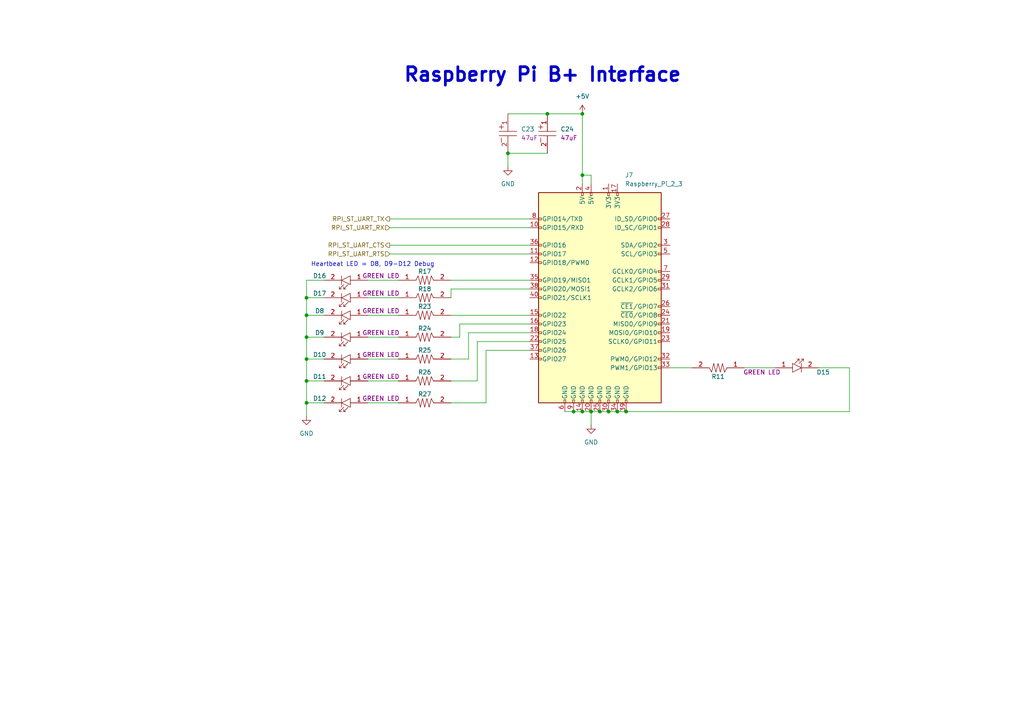
<source format=kicad_sch>
(kicad_sch (version 20231120) (generator "eeschema") (generator_version "8.0")
  (paper "A4")
  (lib_symbols
    (symbol "AVR-KiCAD-Lib-Capacitors:UCM1C470MCL1GS" (pin_names (offset 1.016))
      (property "Reference" "C" (at -2.54 2.54 0))
      (property "_Value_" "47uF" (at 58.42 63.5 0))
      (symbol "UCM1C470MCL1GS_0_1"
        (polyline (pts (xy -1.27 -1.27) (xy -1.27 -2.54)))
        (polyline (pts (xy -0.635 -1.905) (xy -1.905 -1.905)))
        (polyline (pts (xy 1.905 -1.905) (xy 3.175 -1.905)))
      )
      (symbol "UCM1C470MCL1GS_1_1"
        (polyline (pts (xy 0 2.54) (xy 0 -2.54)))
        (polyline (pts (xy 1.27 2.54) (xy 1.27 -2.54)))
        (pin input line (at -5.08 0 0) (length 5.08) (name "~") (number "1"))
        (pin input line (at 6.35 0 180) (length 5.08) (name "~") (number "2"))
      )
    )
    (symbol "AVR-KiCAD-Lib-Diodes:LTST-C194KGKT" (pin_names (offset 1.016))
      (property "Reference" "D" (at -2.54 2.54 0))
      (property "_Value_" "GREEN LED" (at 58.42 63.5 0))
      (symbol "LTST-C194KGKT_0_1"
        (polyline (pts (xy -0.635 1.27) (xy 0.635 2.54)))
        (polyline (pts (xy 0.635 2.54) (xy 0 2.54)))
        (polyline (pts (xy 0.635 2.54) (xy 0.635 1.905)))
        (polyline (pts (xy 1.27 -1.27) (xy 1.27 1.27)))
        (polyline (pts (xy 1.905 2.54) (xy 1.905 1.905)))
        (polyline (pts (xy 0.635 1.27) (xy 1.905 2.54) (xy 1.27 2.54)))
        (polyline (pts (xy -1.27 1.27) (xy -1.27 -1.27) (xy 1.27 0) (xy -1.27 1.27)))
      )
      (symbol "LTST-C194KGKT_1_1"
        (pin passive line (at -6.35 0 0) (length 5.08) (name "~") (number "1"))
        (pin passive line (at 6.35 0 180) (length 5.08) (name "~") (number "2"))
      )
    )
    (symbol "AVR-KiCAD-Lib-Resistors:RC0603FR-07470RL" (pin_names (offset 1.016))
      (property "Reference" "R" (at -2.54 2.54 0))
      (property "Value" "RC0603FR-07470RL" (at 1.27 5.08 0))
      (symbol "RC0603FR-07470RL_1_1"
        (polyline (pts (xy -2.54 0) (xy -1.905 1.27) (xy -1.27 -1.27) (xy -0.635 1.27) (xy 0 -1.27) (xy 0.635 1.27) (xy 1.27 -1.27) (xy 1.905 1.27) (xy 2.54 0)))
        (pin passive line (at -7.62 0 0) (length 5.08) (name "~") (number "1"))
        (pin passive line (at 7.62 0 180) (length 5.08) (name "~") (number "2"))
      )
    )
    (symbol "Connector:Raspberry_Pi_2_3" (pin_names (offset 1.016))
      (property "Reference" "J" (at -17.78 31.75 0))
      (property "Value" "Raspberry_Pi_2_3" (at 10.16 -31.75 0))
      (symbol "Raspberry_Pi_2_3_0_1"
        (rectangle (start -17.78 30.48) (end 17.78 -30.48) (stroke (width 0.254)) (fill (type background)))
      )
      (symbol "Raspberry_Pi_2_3_1_1"
        (rectangle (start -16.891 -17.526) (end -17.78 -18.034))
        (rectangle (start -16.891 -14.986) (end -17.78 -15.494))
        (rectangle (start -16.891 -12.446) (end -17.78 -12.954))
        (rectangle (start -16.891 -9.906) (end -17.78 -10.414))
        (rectangle (start -16.891 -7.366) (end -17.78 -7.874))
        (rectangle (start -16.891 -4.826) (end -17.78 -5.334))
        (rectangle (start -16.891 0.254) (end -17.78 -0.254))
        (rectangle (start -16.891 2.794) (end -17.78 2.286))
        (rectangle (start -16.891 5.334) (end -17.78 4.826))
        (rectangle (start -16.891 10.414) (end -17.78 9.906))
        (rectangle (start -16.891 12.954) (end -17.78 12.446))
        (rectangle (start -16.891 15.494) (end -17.78 14.986))
        (rectangle (start -16.891 20.574) (end -17.78 20.066))
        (rectangle (start -16.891 23.114) (end -17.78 22.606))
        (rectangle (start -10.414 -29.591) (end -9.906 -30.48))
        (rectangle (start -7.874 -29.591) (end -7.366 -30.48))
        (rectangle (start -5.334 -29.591) (end -4.826 -30.48))
        (rectangle (start -5.334 30.48) (end -4.826 29.591))
        (rectangle (start -2.794 -29.591) (end -2.286 -30.48))
        (rectangle (start -2.794 30.48) (end -2.286 29.591))
        (rectangle (start -0.254 -29.591) (end 0.254 -30.48))
        (rectangle (start 2.286 -29.591) (end 2.794 -30.48))
        (rectangle (start 2.286 30.48) (end 2.794 29.591))
        (rectangle (start 4.826 -29.591) (end 5.334 -30.48))
        (rectangle (start 4.826 30.48) (end 5.334 29.591))
        (rectangle (start 7.366 -29.591) (end 7.874 -30.48))
        (rectangle (start 17.78 -20.066) (end 16.891 -20.574))
        (rectangle (start 17.78 -17.526) (end 16.891 -18.034))
        (rectangle (start 17.78 -12.446) (end 16.891 -12.954))
        (rectangle (start 17.78 -9.906) (end 16.891 -10.414))
        (rectangle (start 17.78 -7.366) (end 16.891 -7.874))
        (rectangle (start 17.78 -4.826) (end 16.891 -5.334))
        (rectangle (start 17.78 -2.286) (end 16.891 -2.794))
        (rectangle (start 17.78 2.794) (end 16.891 2.286))
        (rectangle (start 17.78 5.334) (end 16.891 4.826))
        (rectangle (start 17.78 7.874) (end 16.891 7.366))
        (rectangle (start 17.78 12.954) (end 16.891 12.446))
        (rectangle (start 17.78 15.494) (end 16.891 14.986))
        (rectangle (start 17.78 20.574) (end 16.891 20.066))
        (rectangle (start 17.78 23.114) (end 16.891 22.606))
        (pin power_in line (at 2.54 33.02 270) (length 2.54) (name "3V3") (number "1"))
        (pin bidirectional line (at -20.32 20.32 0) (length 2.54) (name "GPIO15/RXD") (number "10"))
        (pin bidirectional line (at -20.32 12.7 0) (length 2.54) (name "GPIO17") (number "11"))
        (pin bidirectional line (at -20.32 10.16 0) (length 2.54) (name "GPIO18/PWM0") (number "12"))
        (pin bidirectional line (at -20.32 -17.78 0) (length 2.54) (name "GPIO27") (number "13"))
        (pin power_in line (at -5.08 -33.02 90) (length 2.54) (name "GND") (number "14"))
        (pin bidirectional line (at -20.32 -5.08 0) (length 2.54) (name "GPIO22") (number "15"))
        (pin bidirectional line (at -20.32 -7.62 0) (length 2.54) (name "GPIO23") (number "16"))
        (pin power_in line (at 5.08 33.02 270) (length 2.54) (name "3V3") (number "17"))
        (pin bidirectional line (at -20.32 -10.16 0) (length 2.54) (name "GPIO24") (number "18"))
        (pin bidirectional line (at 20.32 -10.16 180) (length 2.54) (name "MOSI0/GPIO10") (number "19"))
        (pin power_in line (at -5.08 33.02 270) (length 2.54) (name "5V") (number "2"))
        (pin power_in line (at -2.54 -33.02 90) (length 2.54) (name "GND") (number "20"))
        (pin bidirectional line (at 20.32 -7.62 180) (length 2.54) (name "MISO0/GPIO9") (number "21"))
        (pin bidirectional line (at -20.32 -12.7 0) (length 2.54) (name "GPIO25") (number "22"))
        (pin bidirectional line (at 20.32 -12.7 180) (length 2.54) (name "SCLK0/GPIO11") (number "23"))
        (pin bidirectional line (at 20.32 -5.08 180) (length 2.54) (name "~{CE0}/GPIO8") (number "24"))
        (pin power_in line (at 0 -33.02 90) (length 2.54) (name "GND") (number "25"))
        (pin bidirectional line (at 20.32 -2.54 180) (length 2.54) (name "~{CE1}/GPIO7") (number "26"))
        (pin bidirectional line (at 20.32 22.86 180) (length 2.54) (name "ID_SD/GPIO0") (number "27"))
        (pin bidirectional line (at 20.32 20.32 180) (length 2.54) (name "ID_SC/GPIO1") (number "28"))
        (pin bidirectional line (at 20.32 5.08 180) (length 2.54) (name "GCLK1/GPIO5") (number "29"))
        (pin bidirectional line (at 20.32 15.24 180) (length 2.54) (name "SDA/GPIO2") (number "3"))
        (pin power_in line (at 2.54 -33.02 90) (length 2.54) (name "GND") (number "30"))
        (pin bidirectional line (at 20.32 2.54 180) (length 2.54) (name "GCLK2/GPIO6") (number "31"))
        (pin bidirectional line (at 20.32 -17.78 180) (length 2.54) (name "PWM0/GPIO12") (number "32"))
        (pin bidirectional line (at 20.32 -20.32 180) (length 2.54) (name "PWM1/GPIO13") (number "33"))
        (pin power_in line (at 5.08 -33.02 90) (length 2.54) (name "GND") (number "34"))
        (pin bidirectional line (at -20.32 5.08 0) (length 2.54) (name "GPIO19/MISO1") (number "35"))
        (pin bidirectional line (at -20.32 15.24 0) (length 2.54) (name "GPIO16") (number "36"))
        (pin bidirectional line (at -20.32 -15.24 0) (length 2.54) (name "GPIO26") (number "37"))
        (pin bidirectional line (at -20.32 2.54 0) (length 2.54) (name "GPIO20/MOSI1") (number "38"))
        (pin power_in line (at 7.62 -33.02 90) (length 2.54) (name "GND") (number "39"))
        (pin power_in line (at -2.54 33.02 270) (length 2.54) (name "5V") (number "4"))
        (pin bidirectional line (at -20.32 0 0) (length 2.54) (name "GPIO21/SCLK1") (number "40"))
        (pin bidirectional line (at 20.32 12.7 180) (length 2.54) (name "SCL/GPIO3") (number "5"))
        (pin power_in line (at -10.16 -33.02 90) (length 2.54) (name "GND") (number "6"))
        (pin bidirectional line (at 20.32 7.62 180) (length 2.54) (name "GCLK0/GPIO4") (number "7"))
        (pin bidirectional line (at -20.32 22.86 0) (length 2.54) (name "GPIO14/TXD") (number "8"))
        (pin power_in line (at -7.62 -33.02 90) (length 2.54) (name "GND") (number "9"))
      )
    )
    (symbol "power:+5V" (power) (pin_names (offset 0))
      (property "Value" "+5V" (at 0 3.556 0))
      (symbol "+5V_0_1"
        (polyline (pts (xy -0.762 1.27) (xy 0 2.54)))
        (polyline (pts (xy 0 0) (xy 0 2.54)))
        (polyline (pts (xy 0 2.54) (xy 0.762 1.27)))
      )
      (symbol "+5V_1_1"
        (pin power_in line (at 0 0 90) (length 0) hide (name "+5V") (number "1"))
      )
    )
    (symbol "power:GND" (power) (pin_names (offset 0))
      (property "Value" "GND" (at 0 -3.81 0))
      (symbol "GND_0_1"
        (polyline (pts (xy 0 0) (xy 0 -1.27) (xy 1.27 -1.27) (xy 0 -2.54) (xy -1.27 -1.27) (xy 0 -1.27)))
      )
      (symbol "GND_1_1"
        (pin power_in line (at 0 0 270) (length 0) hide (name "GND") (number "1"))
      )
    )
  )
  (junction (at 179.07 119.38))
  (junction (at 88.9 110.49))
  (junction (at 168.91 50.8))
  (junction (at 147.32 44.45))
  (junction (at 88.9 91.44))
  (junction (at 88.9 116.84))
  (junction (at 88.9 97.79))
  (junction (at 176.53 119.38))
  (junction (at 158.75 33.02))
  (junction (at 88.9 104.14))
  (junction (at 168.91 33.02))
  (junction (at 168.91 119.38))
  (junction (at 171.45 119.38))
  (junction (at 173.99 119.38))
  (junction (at 166.37 119.38))
  (junction (at 181.61 119.38))
  (junction (at 88.9 86.36))
  (wire (pts (xy 237.49 106.68) (xy 246.38 106.68)))
  (wire (pts (xy 168.91 50.8) (xy 171.45 50.8)))
  (wire (pts (xy 113.03 71.12) (xy 153.67 71.12)))
  (wire (pts (xy 106.68 110.49) (xy 115.57 110.49)))
  (wire (pts (xy 88.9 86.36) (xy 88.9 91.44)))
  (wire (pts (xy 88.9 97.79) (xy 88.9 104.14)))
  (wire (pts (xy 215.9 106.68) (xy 224.79 106.68)))
  (wire (pts (xy 106.68 104.14) (xy 115.57 104.14)))
  (wire (pts (xy 194.31 106.68) (xy 200.66 106.68)))
  (wire (pts (xy 246.38 106.68) (xy 246.38 119.38)))
  (wire (pts (xy 130.81 81.28) (xy 153.67 81.28)))
  (wire (pts (xy 106.68 81.28) (xy 115.57 81.28)))
  (wire (pts (xy 140.97 101.6) (xy 153.67 101.6)))
  (wire (pts (xy 130.81 104.14) (xy 135.89 104.14)))
  (wire (pts (xy 106.68 116.84) (xy 115.57 116.84)))
  (wire (pts (xy 147.32 44.45) (xy 158.75 44.45)))
  (wire (pts (xy 147.32 33.02) (xy 158.75 33.02)))
  (wire (pts (xy 171.45 119.38) (xy 171.45 123.19)))
  (wire (pts (xy 106.68 91.44) (xy 115.57 91.44)))
  (wire (pts (xy 168.91 50.8) (xy 168.91 53.34)))
  (wire (pts (xy 140.97 116.84) (xy 140.97 101.6)))
  (wire (pts (xy 88.9 81.28) (xy 88.9 86.36)))
  (wire (pts (xy 138.43 110.49) (xy 138.43 99.06)))
  (wire (pts (xy 88.9 104.14) (xy 93.98 104.14)))
  (wire (pts (xy 88.9 116.84) (xy 93.98 116.84)))
  (wire (pts (xy 88.9 120.65) (xy 88.9 116.84)))
  (wire (pts (xy 153.67 93.98) (xy 133.35 93.98)))
  (wire (pts (xy 113.03 63.5) (xy 153.67 63.5)))
  (wire (pts (xy 163.83 119.38) (xy 166.37 119.38)))
  (wire (pts (xy 130.81 110.49) (xy 138.43 110.49)))
  (wire (pts (xy 113.03 66.04) (xy 153.67 66.04)))
  (wire (pts (xy 106.68 97.79) (xy 115.57 97.79)))
  (wire (pts (xy 135.89 104.14) (xy 135.89 96.52)))
  (wire (pts (xy 171.45 53.34) (xy 171.45 50.8)))
  (wire (pts (xy 113.03 73.66) (xy 153.67 73.66)))
  (wire (pts (xy 173.99 119.38) (xy 176.53 119.38)))
  (wire (pts (xy 88.9 104.14) (xy 88.9 110.49)))
  (wire (pts (xy 93.98 81.28) (xy 88.9 81.28)))
  (wire (pts (xy 88.9 91.44) (xy 88.9 97.79)))
  (wire (pts (xy 176.53 119.38) (xy 179.07 119.38)))
  (wire (pts (xy 130.81 91.44) (xy 153.67 91.44)))
  (wire (pts (xy 147.32 44.45) (xy 147.32 48.26)))
  (wire (pts (xy 135.89 96.52) (xy 153.67 96.52)))
  (wire (pts (xy 158.75 33.02) (xy 168.91 33.02)))
  (wire (pts (xy 93.98 91.44) (xy 88.9 91.44)))
  (wire (pts (xy 133.35 93.98) (xy 133.35 97.79)))
  (wire (pts (xy 246.38 119.38) (xy 181.61 119.38)))
  (wire (pts (xy 88.9 97.79) (xy 93.98 97.79)))
  (wire (pts (xy 168.91 33.02) (xy 168.91 50.8)))
  (wire (pts (xy 88.9 116.84) (xy 88.9 110.49)))
  (wire (pts (xy 168.91 119.38) (xy 171.45 119.38)))
  (wire (pts (xy 166.37 119.38) (xy 168.91 119.38)))
  (wire (pts (xy 130.81 116.84) (xy 140.97 116.84)))
  (wire (pts (xy 130.81 83.82) (xy 130.81 86.36)))
  (wire (pts (xy 133.35 97.79) (xy 130.81 97.79)))
  (wire (pts (xy 171.45 119.38) (xy 173.99 119.38)))
  (wire (pts (xy 93.98 86.36) (xy 88.9 86.36)))
  (wire (pts (xy 153.67 83.82) (xy 130.81 83.82)))
  (wire (pts (xy 106.68 86.36) (xy 115.57 86.36)))
  (wire (pts (xy 88.9 110.49) (xy 93.98 110.49)))
  (wire (pts (xy 179.07 119.38) (xy 181.61 119.38)))
  (wire (pts (xy 138.43 99.06) (xy 153.67 99.06)))
  (text "Raspberry Pi B+ Interface" (at 116.84 24.13 0) (effects (font (size 4 4) (thickness 0.8) (bold yes)) (justify left bottom)))
  (text "Heartbeat LED = D8, D9-D12 Debug" (at 90.17 77.47 0) (effects (font (size 1.27 1.27)) (justify left bottom)))
  (hierarchical_label "RPI_ST_UART_RX" (shape input) (at 113.03 66.04 180))
  (hierarchical_label "RPI_ST_UART_CTS" (shape output) (at 113.03 71.12 180))
  (hierarchical_label "RPI_ST_UART_RTS" (shape input) (at 113.03 73.66 180))
  (hierarchical_label "RPI_ST_UART_TX" (shape output) (at 113.03 63.5 180))
  (symbol (lib_id "AVR-KiCAD-Lib-Resistors:RC0603FR-07470RL") (at 123.19 116.84 0) (unit 1)
    (property "Reference" "R27" (at 123.19 114.3 0))
    (property "Value" "RC0603FR-07470RL" (effects (hide yes)))
    (property "Footprint" "AVR-KiCAD-Lib-Resistors:R0603" (effects (hide yes)))
    (property "Description" "RES SMD 470 OHM 1% 1/10W 0603" (effects (hide yes)))
    (property "Cost QTY: 1" "0.100" (effects (hide yes)))
    (property "Cost QTY: 1000" "0.00476" (effects (hide yes)))
    (property "Cost QTY: 2500" "0.00418" (effects (hide yes)))
    (property "Cost QTY: 5000" "*" (effects (hide yes)))
    (property "Cost QTY: 10000" "*" (effects (hide yes)))
    (property "MFR" "Yageo" (effects (hide yes)))
    (property "MFR#" "RC0603FR-07470RL" (effects (hide yes)))
    (property "Vendor" "Digikey" (effects (hide yes)))
    (property "Vendor #" "311-470HRCT-ND" (effects (hide yes)))
    (property "Designer" "AVR" (effects (hide yes)))
    (property "Height" "0.55mm" (effects (hide yes)))
    (property "Date Created" "4/23/2019" (effects (hide yes)))
    (property "Date Modified" "4/23/2019" (effects (hide yes)))
    (property "Lead-Free ?" "Yes" (effects (hide yes)))
    (property "RoHS Levels" "1" (effects (hide yes)))
    (property "Mounting" "SMT" (effects (hide yes)))
    (property "Pin Count #" "2" (effects (hide yes)))
    (property "Status" "Active" (effects (hide yes)))
    (property "Tolerance" "1%" (effects (hide yes)))
    (property "Type" "SMT Chip Resistor" (effects (hide yes)))
    (property "Voltage" "*" (effects (hide yes)))
    (property "Package" "0603" (effects (hide yes)))
    (property "_Value_" "470r" (effects (hide yes)))
    (property "Management_ID" "*" (effects (hide yes)))
  )
  (symbol (lib_id "AVR-KiCAD-Lib-Diodes:LTST-C194KGKT") (at 100.33 91.44 180) (unit 1)
    (property "Reference" "D8" (at 92.71 90.17 0))
    (property "Value" "LTST-C194KGKT" (effects (hide yes)))
    (property "Footprint" "AVR-KiCAD-Lib-Diodes:LED0603" (effects (hide yes)))
    (property "Datasheet" "https://optoelectronics.liteon.com/upload/download/DS22-2010-0197/LTST-C194KGKT.PDF" (effects (hide yes)))
    (property "Description" "Green 572nm LED Indication - Discrete 2.1V 0603 (1608 Metric)" (effects (hide yes)))
    (property "Cost QTY: 1" "0.39000" (effects (hide yes)))
    (property "Cost QTY: 1000" "0.07027" (effects (hide yes)))
    (property "Cost QTY: 2500" "0.06877" (effects (hide yes)))
    (property "Cost QTY: 5000" "0.05980" (effects (hide yes)))
    (property "Cost QTY: 10000" "0.05382" (effects (hide yes)))
    (property "MFR" "Lite-On Inc." (effects (hide yes)))
    (property "MFR#" "LTST-C194KGKT" (effects (hide yes)))
    (property "Vendor" "Digikey" (effects (hide yes)))
    (property "Vendor #" "160-1834-2-ND" (effects (hide yes)))
    (property "Designer" "AVR" (effects (hide yes)))
    (property "Height" "0.45mm" (effects (hide yes)))
    (property "Date Created" "5/31/2020" (effects (hide yes)))
    (property "Date Modified" "5/31/2020" (effects (hide yes)))
    (property "Lead-Free ?" "Yes" (effects (hide yes)))
    (property "RoHS Levels" "1" (effects (hide yes)))
    (property "Mounting" "SMT" (effects (hide yes)))
    (property "Pin Count #" "2" (effects (hide yes)))
    (property "Status" "Active" (effects (hide yes)))
    (property "Tolerance" "*" (effects (hide yes)))
    (property "Type" "LED GREEN CLEAR SMD" (effects (hide yes)))
    (property "Voltage" "2.1V" (effects (hide yes)))
    (property "Package" "0603" (effects (hide yes)))
    (property "_Value_" "GREEN LED" (at 110.49 90.17 0))
    (property "Management_ID" "*" (effects (hide yes)))
  )
  (symbol (lib_id "AVR-KiCAD-Lib-Resistors:RC0603FR-07470RL") (at 123.19 110.49 0) (unit 1)
    (property "Reference" "R26" (at 123.19 107.95 0))
    (property "Value" "RC0603FR-07470RL" (effects (hide yes)))
    (property "Footprint" "AVR-KiCAD-Lib-Resistors:R0603" (effects (hide yes)))
    (property "Description" "RES SMD 470 OHM 1% 1/10W 0603" (effects (hide yes)))
    (property "Cost QTY: 1" "0.100" (effects (hide yes)))
    (property "Cost QTY: 1000" "0.00476" (effects (hide yes)))
    (property "Cost QTY: 2500" "0.00418" (effects (hide yes)))
    (property "Cost QTY: 5000" "*" (effects (hide yes)))
    (property "Cost QTY: 10000" "*" (effects (hide yes)))
    (property "MFR" "Yageo" (effects (hide yes)))
    (property "MFR#" "RC0603FR-07470RL" (effects (hide yes)))
    (property "Vendor" "Digikey" (effects (hide yes)))
    (property "Vendor #" "311-470HRCT-ND" (effects (hide yes)))
    (property "Designer" "AVR" (effects (hide yes)))
    (property "Height" "0.55mm" (effects (hide yes)))
    (property "Date Created" "4/23/2019" (effects (hide yes)))
    (property "Date Modified" "4/23/2019" (effects (hide yes)))
    (property "Lead-Free ?" "Yes" (effects (hide yes)))
    (property "RoHS Levels" "1" (effects (hide yes)))
    (property "Mounting" "SMT" (effects (hide yes)))
    (property "Pin Count #" "2" (effects (hide yes)))
    (property "Status" "Active" (effects (hide yes)))
    (property "Tolerance" "1%" (effects (hide yes)))
    (property "Type" "SMT Chip Resistor" (effects (hide yes)))
    (property "Voltage" "*" (effects (hide yes)))
    (property "Package" "0603" (effects (hide yes)))
    (property "_Value_" "470r" (effects (hide yes)))
    (property "Management_ID" "*" (effects (hide yes)))
  )
  (symbol (lib_id "AVR-KiCAD-Lib-Diodes:LTST-C194KGKT") (at 100.33 97.79 180) (unit 1)
    (property "Reference" "D9" (at 92.71 96.52 0))
    (property "Value" "LTST-C194KGKT" (effects (hide yes)))
    (property "Footprint" "AVR-KiCAD-Lib-Diodes:LED0603" (effects (hide yes)))
    (property "Datasheet" "https://optoelectronics.liteon.com/upload/download/DS22-2010-0197/LTST-C194KGKT.PDF" (effects (hide yes)))
    (property "Description" "Green 572nm LED Indication - Discrete 2.1V 0603 (1608 Metric)" (effects (hide yes)))
    (property "Cost QTY: 1" "0.39000" (effects (hide yes)))
    (property "Cost QTY: 1000" "0.07027" (effects (hide yes)))
    (property "Cost QTY: 2500" "0.06877" (effects (hide yes)))
    (property "Cost QTY: 5000" "0.05980" (effects (hide yes)))
    (property "Cost QTY: 10000" "0.05382" (effects (hide yes)))
    (property "MFR" "Lite-On Inc." (effects (hide yes)))
    (property "MFR#" "LTST-C194KGKT" (effects (hide yes)))
    (property "Vendor" "Digikey" (effects (hide yes)))
    (property "Vendor #" "160-1834-2-ND" (effects (hide yes)))
    (property "Designer" "AVR" (effects (hide yes)))
    (property "Height" "0.45mm" (effects (hide yes)))
    (property "Date Created" "5/31/2020" (effects (hide yes)))
    (property "Date Modified" "5/31/2020" (effects (hide yes)))
    (property "Lead-Free ?" "Yes" (effects (hide yes)))
    (property "RoHS Levels" "1" (effects (hide yes)))
    (property "Mounting" "SMT" (effects (hide yes)))
    (property "Pin Count #" "2" (effects (hide yes)))
    (property "Status" "Active" (effects (hide yes)))
    (property "Tolerance" "*" (effects (hide yes)))
    (property "Type" "LED GREEN CLEAR SMD" (effects (hide yes)))
    (property "Voltage" "2.1V" (effects (hide yes)))
    (property "Package" "0603" (effects (hide yes)))
    (property "_Value_" "GREEN LED" (at 110.49 96.52 0))
    (property "Management_ID" "*" (effects (hide yes)))
  )
  (symbol (lib_id "AVR-KiCAD-Lib-Resistors:RC0603FR-07470RL") (at 123.19 81.28 0) (unit 1)
    (property "Reference" "R17" (at 123.19 78.74 0))
    (property "Value" "RC0603FR-07470RL" (effects (hide yes)))
    (property "Footprint" "AVR-KiCAD-Lib-Resistors:R0603" (effects (hide yes)))
    (property "Description" "RES SMD 470 OHM 1% 1/10W 0603" (effects (hide yes)))
    (property "Cost QTY: 1" "0.100" (effects (hide yes)))
    (property "Cost QTY: 1000" "0.00476" (effects (hide yes)))
    (property "Cost QTY: 2500" "0.00418" (effects (hide yes)))
    (property "Cost QTY: 5000" "*" (effects (hide yes)))
    (property "Cost QTY: 10000" "*" (effects (hide yes)))
    (property "MFR" "Yageo" (effects (hide yes)))
    (property "MFR#" "RC0603FR-07470RL" (effects (hide yes)))
    (property "Vendor" "Digikey" (effects (hide yes)))
    (property "Vendor #" "311-470HRCT-ND" (effects (hide yes)))
    (property "Designer" "AVR" (effects (hide yes)))
    (property "Height" "0.55mm" (effects (hide yes)))
    (property "Date Created" "4/23/2019" (effects (hide yes)))
    (property "Date Modified" "4/23/2019" (effects (hide yes)))
    (property "Lead-Free ?" "Yes" (effects (hide yes)))
    (property "RoHS Levels" "1" (effects (hide yes)))
    (property "Mounting" "SMT" (effects (hide yes)))
    (property "Pin Count #" "2" (effects (hide yes)))
    (property "Status" "Active" (effects (hide yes)))
    (property "Tolerance" "1%" (effects (hide yes)))
    (property "Type" "SMT Chip Resistor" (effects (hide yes)))
    (property "Voltage" "*" (effects (hide yes)))
    (property "Package" "0603" (effects (hide yes)))
    (property "_Value_" "470r" (effects (hide yes)))
    (property "Management_ID" "*" (effects (hide yes)))
  )
  (symbol (lib_id "AVR-KiCAD-Lib-Diodes:LTST-C194KGKT") (at 100.33 110.49 180) (unit 1)
    (property "Reference" "D11" (at 92.71 109.22 0))
    (property "Value" "LTST-C194KGKT" (effects (hide yes)))
    (property "Footprint" "AVR-KiCAD-Lib-Diodes:LED0603" (effects (hide yes)))
    (property "Datasheet" "https://optoelectronics.liteon.com/upload/download/DS22-2010-0197/LTST-C194KGKT.PDF" (effects (hide yes)))
    (property "Description" "Green 572nm LED Indication - Discrete 2.1V 0603 (1608 Metric)" (effects (hide yes)))
    (property "Cost QTY: 1" "0.39000" (effects (hide yes)))
    (property "Cost QTY: 1000" "0.07027" (effects (hide yes)))
    (property "Cost QTY: 2500" "0.06877" (effects (hide yes)))
    (property "Cost QTY: 5000" "0.05980" (effects (hide yes)))
    (property "Cost QTY: 10000" "0.05382" (effects (hide yes)))
    (property "MFR" "Lite-On Inc." (effects (hide yes)))
    (property "MFR#" "LTST-C194KGKT" (effects (hide yes)))
    (property "Vendor" "Digikey" (effects (hide yes)))
    (property "Vendor #" "160-1834-2-ND" (effects (hide yes)))
    (property "Designer" "AVR" (effects (hide yes)))
    (property "Height" "0.45mm" (effects (hide yes)))
    (property "Date Created" "5/31/2020" (effects (hide yes)))
    (property "Date Modified" "5/31/2020" (effects (hide yes)))
    (property "Lead-Free ?" "Yes" (effects (hide yes)))
    (property "RoHS Levels" "1" (effects (hide yes)))
    (property "Mounting" "SMT" (effects (hide yes)))
    (property "Pin Count #" "2" (effects (hide yes)))
    (property "Status" "Active" (effects (hide yes)))
    (property "Tolerance" "*" (effects (hide yes)))
    (property "Type" "LED GREEN CLEAR SMD" (effects (hide yes)))
    (property "Voltage" "2.1V" (effects (hide yes)))
    (property "Package" "0603" (effects (hide yes)))
    (property "_Value_" "GREEN LED" (at 110.49 109.22 0))
    (property "Management_ID" "*" (effects (hide yes)))
  )
  (symbol (lib_id "AVR-KiCAD-Lib-Diodes:LTST-C194KGKT") (at 100.33 86.36 180) (unit 1)
    (property "Reference" "D17" (at 92.71 85.09 0))
    (property "Value" "LTST-C194KGKT" (effects (hide yes)))
    (property "Footprint" "AVR-KiCAD-Lib-Diodes:LED0603" (effects (hide yes)))
    (property "Datasheet" "https://optoelectronics.liteon.com/upload/download/DS22-2010-0197/LTST-C194KGKT.PDF" (effects (hide yes)))
    (property "Description" "Green 572nm LED Indication - Discrete 2.1V 0603 (1608 Metric)" (effects (hide yes)))
    (property "Cost QTY: 1" "0.39000" (effects (hide yes)))
    (property "Cost QTY: 1000" "0.07027" (effects (hide yes)))
    (property "Cost QTY: 2500" "0.06877" (effects (hide yes)))
    (property "Cost QTY: 5000" "0.05980" (effects (hide yes)))
    (property "Cost QTY: 10000" "0.05382" (effects (hide yes)))
    (property "MFR" "Lite-On Inc." (effects (hide yes)))
    (property "MFR#" "LTST-C194KGKT" (effects (hide yes)))
    (property "Vendor" "Digikey" (effects (hide yes)))
    (property "Vendor #" "160-1834-2-ND" (effects (hide yes)))
    (property "Designer" "AVR" (effects (hide yes)))
    (property "Height" "0.45mm" (effects (hide yes)))
    (property "Date Created" "5/31/2020" (effects (hide yes)))
    (property "Date Modified" "5/31/2020" (effects (hide yes)))
    (property "Lead-Free ?" "Yes" (effects (hide yes)))
    (property "RoHS Levels" "1" (effects (hide yes)))
    (property "Mounting" "SMT" (effects (hide yes)))
    (property "Pin Count #" "2" (effects (hide yes)))
    (property "Status" "Active" (effects (hide yes)))
    (property "Tolerance" "*" (effects (hide yes)))
    (property "Type" "LED GREEN CLEAR SMD" (effects (hide yes)))
    (property "Voltage" "2.1V" (effects (hide yes)))
    (property "Package" "0603" (effects (hide yes)))
    (property "_Value_" "GREEN LED" (at 110.49 85.09 0))
    (property "Management_ID" "*" (effects (hide yes)))
  )
  (symbol (lib_id "AVR-KiCAD-Lib-Resistors:RC0603FR-07470RL") (at 208.28 106.68 180) (unit 1)
    (property "Reference" "R11" (at 208.28 109.22 0))
    (property "Value" "RC0603FR-07470RL" (effects (hide yes)))
    (property "Footprint" "AVR-KiCAD-Lib-Resistors:R0603" (effects (hide yes)))
    (property "Description" "RES SMD 470 OHM 1% 1/10W 0603" (effects (hide yes)))
    (property "Cost QTY: 1" "0.100" (effects (hide yes)))
    (property "Cost QTY: 1000" "0.00476" (effects (hide yes)))
    (property "Cost QTY: 2500" "0.00418" (effects (hide yes)))
    (property "Cost QTY: 5000" "*" (effects (hide yes)))
    (property "Cost QTY: 10000" "*" (effects (hide yes)))
    (property "MFR" "Yageo" (effects (hide yes)))
    (property "MFR#" "RC0603FR-07470RL" (effects (hide yes)))
    (property "Vendor" "Digikey" (effects (hide yes)))
    (property "Vendor #" "311-470HRCT-ND" (effects (hide yes)))
    (property "Designer" "AVR" (effects (hide yes)))
    (property "Height" "0.55mm" (effects (hide yes)))
    (property "Date Created" "4/23/2019" (effects (hide yes)))
    (property "Date Modified" "4/23/2019" (effects (hide yes)))
    (property "Lead-Free ?" "Yes" (effects (hide yes)))
    (property "RoHS Levels" "1" (effects (hide yes)))
    (property "Mounting" "SMT" (effects (hide yes)))
    (property "Pin Count #" "2" (effects (hide yes)))
    (property "Status" "Active" (effects (hide yes)))
    (property "Tolerance" "1%" (effects (hide yes)))
    (property "Type" "SMT Chip Resistor" (effects (hide yes)))
    (property "Voltage" "*" (effects (hide yes)))
    (property "Package" "0603" (effects (hide yes)))
    (property "_Value_" "470r" (effects (hide yes)))
    (property "Management_ID" "*" (effects (hide yes)))
  )
  (symbol (lib_id "AVR-KiCAD-Lib-Resistors:RC0603FR-07470RL") (at 123.19 104.14 0) (unit 1)
    (property "Reference" "R25" (at 123.19 101.6 0))
    (property "Value" "RC0603FR-07470RL" (effects (hide yes)))
    (property "Footprint" "AVR-KiCAD-Lib-Resistors:R0603" (effects (hide yes)))
    (property "Description" "RES SMD 470 OHM 1% 1/10W 0603" (effects (hide yes)))
    (property "Cost QTY: 1" "0.100" (effects (hide yes)))
    (property "Cost QTY: 1000" "0.00476" (effects (hide yes)))
    (property "Cost QTY: 2500" "0.00418" (effects (hide yes)))
    (property "Cost QTY: 5000" "*" (effects (hide yes)))
    (property "Cost QTY: 10000" "*" (effects (hide yes)))
    (property "MFR" "Yageo" (effects (hide yes)))
    (property "MFR#" "RC0603FR-07470RL" (effects (hide yes)))
    (property "Vendor" "Digikey" (effects (hide yes)))
    (property "Vendor #" "311-470HRCT-ND" (effects (hide yes)))
    (property "Designer" "AVR" (effects (hide yes)))
    (property "Height" "0.55mm" (effects (hide yes)))
    (property "Date Created" "4/23/2019" (effects (hide yes)))
    (property "Date Modified" "4/23/2019" (effects (hide yes)))
    (property "Lead-Free ?" "Yes" (effects (hide yes)))
    (property "RoHS Levels" "1" (effects (hide yes)))
    (property "Mounting" "SMT" (effects (hide yes)))
    (property "Pin Count #" "2" (effects (hide yes)))
    (property "Status" "Active" (effects (hide yes)))
    (property "Tolerance" "1%" (effects (hide yes)))
    (property "Type" "SMT Chip Resistor" (effects (hide yes)))
    (property "Voltage" "*" (effects (hide yes)))
    (property "Package" "0603" (effects (hide yes)))
    (property "_Value_" "470r" (effects (hide yes)))
    (property "Management_ID" "*" (effects (hide yes)))
  )
  (symbol (lib_id "AVR-KiCAD-Lib-Diodes:LTST-C194KGKT") (at 100.33 81.28 180) (unit 1)
    (property "Reference" "D16" (at 92.71 80.01 0))
    (property "Value" "LTST-C194KGKT" (effects (hide yes)))
    (property "Footprint" "AVR-KiCAD-Lib-Diodes:LED0603" (effects (hide yes)))
    (property "Datasheet" "https://optoelectronics.liteon.com/upload/download/DS22-2010-0197/LTST-C194KGKT.PDF" (effects (hide yes)))
    (property "Description" "Green 572nm LED Indication - Discrete 2.1V 0603 (1608 Metric)" (effects (hide yes)))
    (property "Cost QTY: 1" "0.39000" (effects (hide yes)))
    (property "Cost QTY: 1000" "0.07027" (effects (hide yes)))
    (property "Cost QTY: 2500" "0.06877" (effects (hide yes)))
    (property "Cost QTY: 5000" "0.05980" (effects (hide yes)))
    (property "Cost QTY: 10000" "0.05382" (effects (hide yes)))
    (property "MFR" "Lite-On Inc." (effects (hide yes)))
    (property "MFR#" "LTST-C194KGKT" (effects (hide yes)))
    (property "Vendor" "Digikey" (effects (hide yes)))
    (property "Vendor #" "160-1834-2-ND" (effects (hide yes)))
    (property "Designer" "AVR" (effects (hide yes)))
    (property "Height" "0.45mm" (effects (hide yes)))
    (property "Date Created" "5/31/2020" (effects (hide yes)))
    (property "Date Modified" "5/31/2020" (effects (hide yes)))
    (property "Lead-Free ?" "Yes" (effects (hide yes)))
    (property "RoHS Levels" "1" (effects (hide yes)))
    (property "Mounting" "SMT" (effects (hide yes)))
    (property "Pin Count #" "2" (effects (hide yes)))
    (property "Status" "Active" (effects (hide yes)))
    (property "Tolerance" "*" (effects (hide yes)))
    (property "Type" "LED GREEN CLEAR SMD" (effects (hide yes)))
    (property "Voltage" "2.1V" (effects (hide yes)))
    (property "Package" "0603" (effects (hide yes)))
    (property "_Value_" "GREEN LED" (at 110.49 80.01 0))
    (property "Management_ID" "*" (effects (hide yes)))
  )
  (symbol (lib_id "Connector:Raspberry_Pi_2_3") (at 173.99 86.36 0) (unit 1)
    (property "Reference" "J7" (at 181.2641 50.8 0) (effects (justify left)))
    (property "Value" "Raspberry_Pi_2_3" (at 181.2641 53.34 0) (effects (justify left)))
    (property "Footprint" "AVR-KiCAD-Lib-Connectors:SULLINS_PPPC202LFBN-RC_RPi5" (effects (hide yes)))
    (property "Datasheet" "https://www.raspberrypi.org/documentation/hardware/raspberrypi/schematics/rpi_SCH_3bplus_1p0_reduced.pdf" (effects (hide yes)))
  )
  (symbol (lib_id "AVR-KiCAD-Lib-Capacitors:UCM1C470MCL1GS") (at 147.32 38.1 270) (unit 1)
    (property "Reference" "C23" (at 151.13 37.465 90) (effects (justify left)))
    (property "Value" "UCM1C470MCL1GS" (effects (hide yes)))
    (property "Footprint" "AVR-KiCAD-Lib-Capacitors:UCM1C470MCL1GS" (effects (hide yes)))
    (property "Datasheet" "http://nichicon-us.com/english/products/pdfs/e-ucm.pdf" (effects (hide yes)))
    (property "Description" "47µF 16V Aluminum Electrolytic Capacitors Radial, Can - SMD  2000 Hrs @ 105°C" (effects (hide yes)))
    (property "Cost QTY: 1" "0.60000" (effects (hide yes)))
    (property "Cost QTY: 1000" "0.17512" (effects (hide yes)))
    (property "Cost QTY: 2500" "*" (effects (hide yes)))
    (property "Cost QTY: 5000" "*" (effects (hide yes)))
    (property "Cost QTY: 10000" "0.12589" (effects (hide yes)))
    (property "MFR" "Nichicon" (effects (hide yes)))
    (property "MFR#" "UCM1C470MCL1GS" (effects (hide yes)))
    (property "Vendor" "Digikey" (effects (hide yes)))
    (property "Vendor #" "493-14529-2-ND" (effects (hide yes)))
    (property "Designer" "AVR" (effects (hide yes)))
    (property "Height" "6.10mm" (effects (hide yes)))
    (property "Date Created" "6/21/2020" (effects (hide yes)))
    (property "Date Modified" "6/21/2020" (effects (hide yes)))
    (property "Lead-Free ?" "Yes" (effects (hide yes)))
    (property "RoHS Levels" "1" (effects (hide yes)))
    (property "Mounting" "SMT" (effects (hide yes)))
    (property "Pin Count #" "2" (effects (hide yes)))
    (property "Status" "Active" (effects (hide yes)))
    (property "Tolerance" "20%" (effects (hide yes)))
    (property "Type" "Capacitor" (effects (hide yes)))
    (property "Voltage" "16V" (effects (hide yes)))
    (property "Package" "Radial Can SMD" (effects (hide yes)))
    (property "_Value_" "47uF" (at 151.13 40.005 90) (effects (justify left)))
    (property "Management_ID" "*" (effects (hide yes)))
  )
  (symbol (lib_id "AVR-KiCAD-Lib-Diodes:LTST-C194KGKT") (at 100.33 104.14 180) (unit 1)
    (property "Reference" "D10" (at 92.71 102.87 0))
    (property "Value" "LTST-C194KGKT" (effects (hide yes)))
    (property "Footprint" "AVR-KiCAD-Lib-Diodes:LED0603" (effects (hide yes)))
    (property "Datasheet" "https://optoelectronics.liteon.com/upload/download/DS22-2010-0197/LTST-C194KGKT.PDF" (effects (hide yes)))
    (property "Description" "Green 572nm LED Indication - Discrete 2.1V 0603 (1608 Metric)" (effects (hide yes)))
    (property "Cost QTY: 1" "0.39000" (effects (hide yes)))
    (property "Cost QTY: 1000" "0.07027" (effects (hide yes)))
    (property "Cost QTY: 2500" "0.06877" (effects (hide yes)))
    (property "Cost QTY: 5000" "0.05980" (effects (hide yes)))
    (property "Cost QTY: 10000" "0.05382" (effects (hide yes)))
    (property "MFR" "Lite-On Inc." (effects (hide yes)))
    (property "MFR#" "LTST-C194KGKT" (effects (hide yes)))
    (property "Vendor" "Digikey" (effects (hide yes)))
    (property "Vendor #" "160-1834-2-ND" (effects (hide yes)))
    (property "Designer" "AVR" (effects (hide yes)))
    (property "Height" "0.45mm" (effects (hide yes)))
    (property "Date Created" "5/31/2020" (effects (hide yes)))
    (property "Date Modified" "5/31/2020" (effects (hide yes)))
    (property "Lead-Free ?" "Yes" (effects (hide yes)))
    (property "RoHS Levels" "1" (effects (hide yes)))
    (property "Mounting" "SMT" (effects (hide yes)))
    (property "Pin Count #" "2" (effects (hide yes)))
    (property "Status" "Active" (effects (hide yes)))
    (property "Tolerance" "*" (effects (hide yes)))
    (property "Type" "LED GREEN CLEAR SMD" (effects (hide yes)))
    (property "Voltage" "2.1V" (effects (hide yes)))
    (property "Package" "0603" (effects (hide yes)))
    (property "_Value_" "GREEN LED" (at 110.49 102.87 0))
    (property "Management_ID" "*" (effects (hide yes)))
  )
  (symbol (lib_id "power:+5V") (at 168.91 33.02 0) (unit 1)
    (property "Reference" "#PWR046" (effects (hide yes)))
    (property "Value" "+5V" (at 168.91 27.94 0))
  )
  (symbol (lib_id "AVR-KiCAD-Lib-Diodes:LTST-C194KGKT") (at 231.14 106.68 0) (unit 1)
    (property "Reference" "D15" (at 238.76 107.95 0))
    (property "Value" "LTST-C194KGKT" (effects (hide yes)))
    (property "Footprint" "AVR-KiCAD-Lib-Diodes:LED0603" (effects (hide yes)))
    (property "Datasheet" "https://optoelectronics.liteon.com/upload/download/DS22-2010-0197/LTST-C194KGKT.PDF" (effects (hide yes)))
    (property "Description" "Green 572nm LED Indication - Discrete 2.1V 0603 (1608 Metric)" (effects (hide yes)))
    (property "Cost QTY: 1" "0.39000" (effects (hide yes)))
    (property "Cost QTY: 1000" "0.07027" (effects (hide yes)))
    (property "Cost QTY: 2500" "0.06877" (effects (hide yes)))
    (property "Cost QTY: 5000" "0.05980" (effects (hide yes)))
    (property "Cost QTY: 10000" "0.05382" (effects (hide yes)))
    (property "MFR" "Lite-On Inc." (effects (hide yes)))
    (property "MFR#" "LTST-C194KGKT" (effects (hide yes)))
    (property "Vendor" "Digikey" (effects (hide yes)))
    (property "Vendor #" "160-1834-2-ND" (effects (hide yes)))
    (property "Designer" "AVR" (effects (hide yes)))
    (property "Height" "0.45mm" (effects (hide yes)))
    (property "Date Created" "5/31/2020" (effects (hide yes)))
    (property "Date Modified" "5/31/2020" (effects (hide yes)))
    (property "Lead-Free ?" "Yes" (effects (hide yes)))
    (property "RoHS Levels" "1" (effects (hide yes)))
    (property "Mounting" "SMT" (effects (hide yes)))
    (property "Pin Count #" "2" (effects (hide yes)))
    (property "Status" "Active" (effects (hide yes)))
    (property "Tolerance" "*" (effects (hide yes)))
    (property "Type" "LED GREEN CLEAR SMD" (effects (hide yes)))
    (property "Voltage" "2.1V" (effects (hide yes)))
    (property "Package" "0603" (effects (hide yes)))
    (property "_Value_" "GREEN LED" (at 220.98 107.95 0))
    (property "Management_ID" "*" (effects (hide yes)))
  )
  (symbol (lib_id "AVR-KiCAD-Lib-Resistors:RC0603FR-07470RL") (at 123.19 91.44 0) (unit 1)
    (property "Reference" "R23" (at 123.19 88.9 0))
    (property "Value" "RC0603FR-07470RL" (effects (hide yes)))
    (property "Footprint" "AVR-KiCAD-Lib-Resistors:R0603" (effects (hide yes)))
    (property "Description" "RES SMD 470 OHM 1% 1/10W 0603" (effects (hide yes)))
    (property "Cost QTY: 1" "0.100" (effects (hide yes)))
    (property "Cost QTY: 1000" "0.00476" (effects (hide yes)))
    (property "Cost QTY: 2500" "0.00418" (effects (hide yes)))
    (property "Cost QTY: 5000" "*" (effects (hide yes)))
    (property "Cost QTY: 10000" "*" (effects (hide yes)))
    (property "MFR" "Yageo" (effects (hide yes)))
    (property "MFR#" "RC0603FR-07470RL" (effects (hide yes)))
    (property "Vendor" "Digikey" (effects (hide yes)))
    (property "Vendor #" "311-470HRCT-ND" (effects (hide yes)))
    (property "Designer" "AVR" (effects (hide yes)))
    (property "Height" "0.55mm" (effects (hide yes)))
    (property "Date Created" "4/23/2019" (effects (hide yes)))
    (property "Date Modified" "4/23/2019" (effects (hide yes)))
    (property "Lead-Free ?" "Yes" (effects (hide yes)))
    (property "RoHS Levels" "1" (effects (hide yes)))
    (property "Mounting" "SMT" (effects (hide yes)))
    (property "Pin Count #" "2" (effects (hide yes)))
    (property "Status" "Active" (effects (hide yes)))
    (property "Tolerance" "1%" (effects (hide yes)))
    (property "Type" "SMT Chip Resistor" (effects (hide yes)))
    (property "Voltage" "*" (effects (hide yes)))
    (property "Package" "0603" (effects (hide yes)))
    (property "_Value_" "470r" (effects (hide yes)))
    (property "Management_ID" "*" (effects (hide yes)))
  )
  (symbol (lib_id "power:GND") (at 147.32 48.26 0) (unit 1)
    (property "Reference" "#PWR045" (effects (hide yes)))
    (property "Value" "GND" (at 147.32 53.34 0))
  )
  (symbol (lib_id "AVR-KiCAD-Lib-Diodes:LTST-C194KGKT") (at 100.33 116.84 180) (unit 1)
    (property "Reference" "D12" (at 92.71 115.57 0))
    (property "Value" "LTST-C194KGKT" (effects (hide yes)))
    (property "Footprint" "AVR-KiCAD-Lib-Diodes:LED0603" (effects (hide yes)))
    (property "Datasheet" "https://optoelectronics.liteon.com/upload/download/DS22-2010-0197/LTST-C194KGKT.PDF" (effects (hide yes)))
    (property "Description" "Green 572nm LED Indication - Discrete 2.1V 0603 (1608 Metric)" (effects (hide yes)))
    (property "Cost QTY: 1" "0.39000" (effects (hide yes)))
    (property "Cost QTY: 1000" "0.07027" (effects (hide yes)))
    (property "Cost QTY: 2500" "0.06877" (effects (hide yes)))
    (property "Cost QTY: 5000" "0.05980" (effects (hide yes)))
    (property "Cost QTY: 10000" "0.05382" (effects (hide yes)))
    (property "MFR" "Lite-On Inc." (effects (hide yes)))
    (property "MFR#" "LTST-C194KGKT" (effects (hide yes)))
    (property "Vendor" "Digikey" (effects (hide yes)))
    (property "Vendor #" "160-1834-2-ND" (effects (hide yes)))
    (property "Designer" "AVR" (effects (hide yes)))
    (property "Height" "0.45mm" (effects (hide yes)))
    (property "Date Created" "5/31/2020" (effects (hide yes)))
    (property "Date Modified" "5/31/2020" (effects (hide yes)))
    (property "Lead-Free ?" "Yes" (effects (hide yes)))
    (property "RoHS Levels" "1" (effects (hide yes)))
    (property "Mounting" "SMT" (effects (hide yes)))
    (property "Pin Count #" "2" (effects (hide yes)))
    (property "Status" "Active" (effects (hide yes)))
    (property "Tolerance" "*" (effects (hide yes)))
    (property "Type" "LED GREEN CLEAR SMD" (effects (hide yes)))
    (property "Voltage" "2.1V" (effects (hide yes)))
    (property "Package" "0603" (effects (hide yes)))
    (property "_Value_" "GREEN LED" (at 110.49 115.57 0))
    (property "Management_ID" "*" (effects (hide yes)))
  )
  (symbol (lib_id "power:GND") (at 171.45 123.19 0) (unit 1)
    (property "Reference" "#PWR047" (effects (hide yes)))
    (property "Value" "GND" (at 171.45 128.27 0))
  )
  (symbol (lib_id "AVR-KiCAD-Lib-Resistors:RC0603FR-07470RL") (at 123.19 86.36 0) (unit 1)
    (property "Reference" "R18" (at 123.19 83.82 0))
    (property "Value" "RC0603FR-07470RL" (effects (hide yes)))
    (property "Footprint" "AVR-KiCAD-Lib-Resistors:R0603" (effects (hide yes)))
    (property "Description" "RES SMD 470 OHM 1% 1/10W 0603" (effects (hide yes)))
    (property "Cost QTY: 1" "0.100" (effects (hide yes)))
    (property "Cost QTY: 1000" "0.00476" (effects (hide yes)))
    (property "Cost QTY: 2500" "0.00418" (effects (hide yes)))
    (property "Cost QTY: 5000" "*" (effects (hide yes)))
    (property "Cost QTY: 10000" "*" (effects (hide yes)))
    (property "MFR" "Yageo" (effects (hide yes)))
    (property "MFR#" "RC0603FR-07470RL" (effects (hide yes)))
    (property "Vendor" "Digikey" (effects (hide yes)))
    (property "Vendor #" "311-470HRCT-ND" (effects (hide yes)))
    (property "Designer" "AVR" (effects (hide yes)))
    (property "Height" "0.55mm" (effects (hide yes)))
    (property "Date Created" "4/23/2019" (effects (hide yes)))
    (property "Date Modified" "4/23/2019" (effects (hide yes)))
    (property "Lead-Free ?" "Yes" (effects (hide yes)))
    (property "RoHS Levels" "1" (effects (hide yes)))
    (property "Mounting" "SMT" (effects (hide yes)))
    (property "Pin Count #" "2" (effects (hide yes)))
    (property "Status" "Active" (effects (hide yes)))
    (property "Tolerance" "1%" (effects (hide yes)))
    (property "Type" "SMT Chip Resistor" (effects (hide yes)))
    (property "Voltage" "*" (effects (hide yes)))
    (property "Package" "0603" (effects (hide yes)))
    (property "_Value_" "470r" (effects (hide yes)))
    (property "Management_ID" "*" (effects (hide yes)))
  )
  (symbol (lib_id "AVR-KiCAD-Lib-Resistors:RC0603FR-07470RL") (at 123.19 97.79 0) (unit 1)
    (property "Reference" "R24" (at 123.19 95.25 0))
    (property "Value" "RC0603FR-07470RL" (effects (hide yes)))
    (property "Footprint" "AVR-KiCAD-Lib-Resistors:R0603" (effects (hide yes)))
    (property "Description" "RES SMD 470 OHM 1% 1/10W 0603" (effects (hide yes)))
    (property "Cost QTY: 1" "0.100" (effects (hide yes)))
    (property "Cost QTY: 1000" "0.00476" (effects (hide yes)))
    (property "Cost QTY: 2500" "0.00418" (effects (hide yes)))
    (property "Cost QTY: 5000" "*" (effects (hide yes)))
    (property "Cost QTY: 10000" "*" (effects (hide yes)))
    (property "MFR" "Yageo" (effects (hide yes)))
    (property "MFR#" "RC0603FR-07470RL" (effects (hide yes)))
    (property "Vendor" "Digikey" (effects (hide yes)))
    (property "Vendor #" "311-470HRCT-ND" (effects (hide yes)))
    (property "Designer" "AVR" (effects (hide yes)))
    (property "Height" "0.55mm" (effects (hide yes)))
    (property "Date Created" "4/23/2019" (effects (hide yes)))
    (property "Date Modified" "4/23/2019" (effects (hide yes)))
    (property "Lead-Free ?" "Yes" (effects (hide yes)))
    (property "RoHS Levels" "1" (effects (hide yes)))
    (property "Mounting" "SMT" (effects (hide yes)))
    (property "Pin Count #" "2" (effects (hide yes)))
    (property "Status" "Active" (effects (hide yes)))
    (property "Tolerance" "1%" (effects (hide yes)))
    (property "Type" "SMT Chip Resistor" (effects (hide yes)))
    (property "Voltage" "*" (effects (hide yes)))
    (property "Package" "0603" (effects (hide yes)))
    (property "_Value_" "470r" (effects (hide yes)))
    (property "Management_ID" "*" (effects (hide yes)))
  )
  (symbol (lib_id "AVR-KiCAD-Lib-Capacitors:UCM1C470MCL1GS") (at 158.75 38.1 270) (unit 1)
    (property "Reference" "C24" (at 162.56 37.465 90) (effects (justify left)))
    (property "Value" "UCM1C470MCL1GS" (effects (hide yes)))
    (property "Footprint" "AVR-KiCAD-Lib-Capacitors:UCM1C470MCL1GS" (effects (hide yes)))
    (property "Datasheet" "http://nichicon-us.com/english/products/pdfs/e-ucm.pdf" (effects (hide yes)))
    (property "Description" "47µF 16V Aluminum Electrolytic Capacitors Radial, Can - SMD  2000 Hrs @ 105°C" (effects (hide yes)))
    (property "Cost QTY: 1" "0.60000" (effects (hide yes)))
    (property "Cost QTY: 1000" "0.17512" (effects (hide yes)))
    (property "Cost QTY: 2500" "*" (effects (hide yes)))
    (property "Cost QTY: 5000" "*" (effects (hide yes)))
    (property "Cost QTY: 10000" "0.12589" (effects (hide yes)))
    (property "MFR" "Nichicon" (effects (hide yes)))
    (property "MFR#" "UCM1C470MCL1GS" (effects (hide yes)))
    (property "Vendor" "Digikey" (effects (hide yes)))
    (property "Vendor #" "493-14529-2-ND" (effects (hide yes)))
    (property "Designer" "AVR" (effects (hide yes)))
    (property "Height" "6.10mm" (effects (hide yes)))
    (property "Date Created" "6/21/2020" (effects (hide yes)))
    (property "Date Modified" "6/21/2020" (effects (hide yes)))
    (property "Lead-Free ?" "Yes" (effects (hide yes)))
    (property "RoHS Levels" "1" (effects (hide yes)))
    (property "Mounting" "SMT" (effects (hide yes)))
    (property "Pin Count #" "2" (effects (hide yes)))
    (property "Status" "Active" (effects (hide yes)))
    (property "Tolerance" "20%" (effects (hide yes)))
    (property "Type" "Capacitor" (effects (hide yes)))
    (property "Voltage" "16V" (effects (hide yes)))
    (property "Package" "Radial Can SMD" (effects (hide yes)))
    (property "_Value_" "47uF" (at 162.56 40.005 90) (effects (justify left)))
    (property "Management_ID" "*" (effects (hide yes)))
  )
  (symbol (lib_id "power:GND") (at 88.9 120.65 0) (unit 1)
    (property "Reference" "#PWR044" (effects (hide yes)))
    (property "Value" "GND" (at 88.9 125.73 0))
  )
)
</source>
